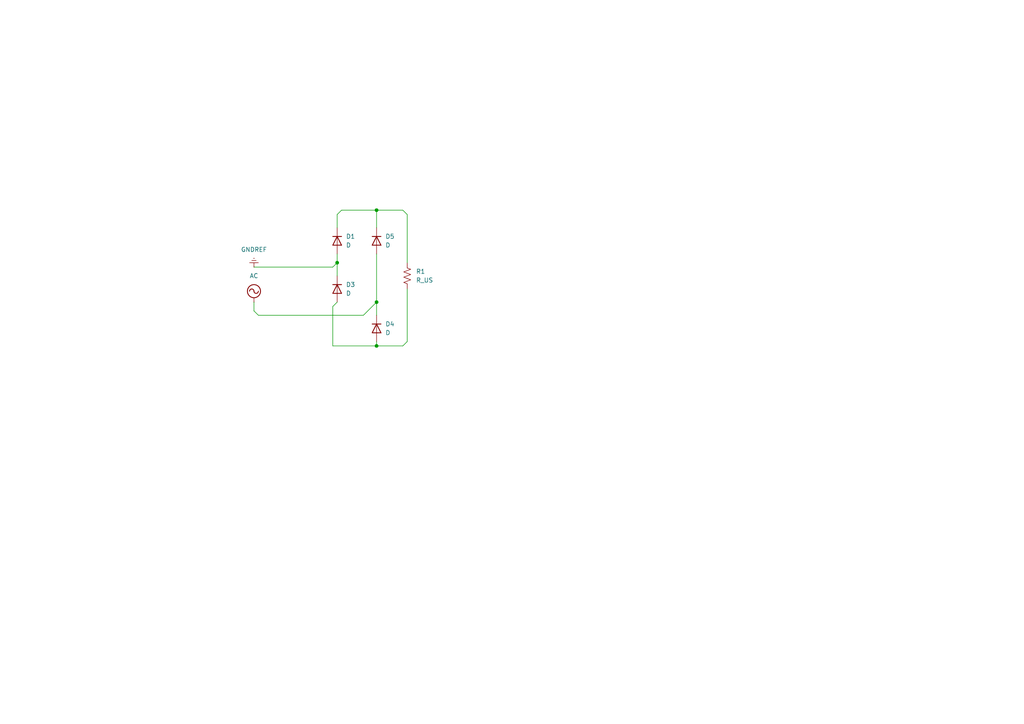
<source format=kicad_sch>
(kicad_sch (version 20250114) (generator "eeschema") (generator_version "9.0")
  (paper "A4")
  (lib_symbols
    (symbol "Device:D" (pin_numbers (hide yes)) (pin_names (offset 1.016) (hide yes))
      (property "Reference" "D" (at 0 2.54 0))
      (property "Value" "D" (at 0 -2.54 0))
      (symbol "D_0_1"
        (polyline (pts (xy -1.27 1.27) (xy -1.27 -1.27)) (stroke (width 0.254)))
        (polyline (pts (xy 1.27 1.27) (xy 1.27 -1.27) (xy -1.27 0) (xy 1.27 1.27)) (stroke (width 0.254)))
        (polyline (pts (xy 1.27 0) (xy -1.27 0)))
      )
      (symbol "D_1_1"
        (pin passive line (at -3.81 0 0) (length 2.54) (name "K") (number "1"))
        (pin passive line (at 3.81 0 180) (length 2.54) (name "A") (number "2"))
      )
    )
    (symbol "Device:R_US" (pin_numbers (hide yes)) (pin_names (offset 0))
      (property "Reference" "R" (at 2.54 0 90))
      (property "Value" "R_US" (at -2.54 0 90))
      (symbol "R_US_0_1"
        (polyline (pts (xy 0 2.286) (xy 0 2.54)))
        (polyline (pts (xy 0 2.286) (xy 1.016 1.905) (xy 0 1.524) (xy -1.016 1.143) (xy 0 0.762)))
        (polyline (pts (xy 0 0.762) (xy 1.016 0.381) (xy 0 0) (xy -1.016 -0.381) (xy 0 -0.762)))
        (polyline (pts (xy 0 -0.762) (xy 1.016 -1.143) (xy 0 -1.524) (xy -1.016 -1.905) (xy 0 -2.286)))
        (polyline (pts (xy 0 -2.286) (xy 0 -2.54)))
      )
      (symbol "R_US_1_1"
        (pin passive line (at 0 3.81 270) (length 1.27) (name "~") (number "1"))
        (pin passive line (at 0 -3.81 90) (length 1.27) (name "~") (number "2"))
      )
    )
    (symbol "power:AC" (power) (pin_numbers (hide yes)) (pin_names (offset 0) (hide yes))
      (property "Value" "AC" (at 0 6.35 0))
      (symbol "AC_0_1"
        (arc (start -1.27 3.175) (mid -0.635 3.8073) (end 0 3.175) (stroke (width 0.254)))
        (circle (center 0 3.175) (radius 1.905) (stroke (width 0.254)))
        (polyline (pts (xy 0 0) (xy 0 1.27)))
        (arc (start 1.27 3.175) (mid 0.635 2.5427) (end 0 3.175) (stroke (width 0.254)))
      )
      (symbol "AC_1_1"
        (pin power_in line (at 0 0 90) (length 0) (name "~") (number "1"))
      )
    )
    (symbol "power:GNDREF" (power) (pin_numbers (hide yes)) (pin_names (offset 0) (hide yes))
      (property "Value" "GNDREF" (at 0 -3.81 0))
      (symbol "GNDREF_0_1"
        (polyline (pts (xy -0.635 -1.905) (xy 0.635 -1.905)))
        (polyline (pts (xy -0.127 -2.54) (xy 0.127 -2.54)))
        (polyline (pts (xy 0 -1.27) (xy 0 0)))
        (polyline (pts (xy 1.27 -1.27) (xy -1.27 -1.27)))
      )
      (symbol "GNDREF_1_1"
        (pin power_in line (at 0 0 270) (length 0) (name "~") (number "1"))
      )
    )
  )
  (junction (at 109.22 87.63))
  (junction (at 109.22 60.96))
  (junction (at 97.79 76.2))
  (junction (at 109.22 100.33))
  (wire (pts (xy 73.66 90.17) (xy 74.93 91.44)))
  (wire (pts (xy 97.79 76.2) (xy 97.79 80.01)))
  (wire (pts (xy 73.66 87.63) (xy 73.66 90.17)))
  (wire (pts (xy 109.22 87.63) (xy 109.22 91.44)))
  (wire (pts (xy 109.22 100.33) (xy 116.84 100.33)))
  (wire (pts (xy 96.52 100.33) (xy 96.52 88.9)))
  (wire (pts (xy 97.79 73.66) (xy 97.79 76.2)))
  (wire (pts (xy 109.22 73.66) (xy 109.22 87.63)))
  (wire (pts (xy 73.66 77.47) (xy 96.52 77.47)))
  (wire (pts (xy 116.84 60.96) (xy 118.11 62.23)))
  (wire (pts (xy 96.52 77.47) (xy 97.79 76.2)))
  (wire (pts (xy 96.52 88.9) (xy 97.79 87.63)))
  (wire (pts (xy 118.11 62.23) (xy 118.11 76.2)))
  (wire (pts (xy 118.11 99.06) (xy 116.84 100.33)))
  (wire (pts (xy 97.79 66.04) (xy 97.79 62.23)))
  (wire (pts (xy 109.22 99.06) (xy 109.22 100.33)))
  (wire (pts (xy 109.22 60.96) (xy 116.84 60.96)))
  (wire (pts (xy 96.52 100.33) (xy 109.22 100.33)))
  (wire (pts (xy 109.22 60.96) (xy 109.22 66.04)))
  (wire (pts (xy 99.06 60.96) (xy 109.22 60.96)))
  (wire (pts (xy 105.41 91.44) (xy 109.22 87.63)))
  (wire (pts (xy 118.11 83.82) (xy 118.11 99.06)))
  (wire (pts (xy 97.79 62.23) (xy 99.06 60.96)))
  (wire (pts (xy 74.93 91.44) (xy 105.41 91.44)))
  (symbol (lib_id "Device:D") (at 97.79 83.82 270) (unit 1)
    (property "Reference" "D3" (at 100.33 82.5499 90) (effects (justify left)))
    (property "Value" "D" (at 100.33 85.0899 90) (effects (justify left)))
    (property "Footprint" "Diode_THT:D_A-405_P10.16mm_Horizontal" (effects (hide yes)))
    (property "Description" "Diode" (effects (hide yes)))
    (property "Sim.Device" "D" (effects (hide yes)))
    (property "Sim.Pins" "1=K 2=A" (effects (hide yes)))
  )
  (symbol (lib_id "power:AC") (at 73.66 87.63 0) (unit 1)
    (property "Reference" "#PWR01" (effects (hide yes)))
    (property "Value" "AC" (at 73.66 80.01 0))
    (property "Description" "Power symbol creates a global label with name \"AC\"" (effects (hide yes)))
  )
  (symbol (lib_id "power:GNDREF") (at 73.66 77.47 180) (unit 1)
    (property "Reference" "#PWR02" (effects (hide yes)))
    (property "Value" "GNDREF" (at 73.66 72.39 0))
    (property "Description" "Power symbol creates a global label with name \"GNDREF\" , reference supply ground" (effects (hide yes)))
  )
  (symbol (lib_id "Device:R_US") (at 118.11 80.01 0) (unit 1)
    (property "Reference" "R1" (at 120.65 78.7399 0) (effects (justify left)))
    (property "Value" "R_US" (at 120.65 81.2799 0) (effects (justify left)))
    (property "Footprint" "Resistor_THT:R_Axial_DIN0207_L6.3mm_D2.5mm_P2.54mm_Vertical" (effects (hide yes)))
    (property "Description" "Resistor, US symbol" (effects (hide yes)))
  )
  (symbol (lib_id "Device:D") (at 109.22 95.25 270) (unit 1)
    (property "Reference" "D4" (at 111.76 93.9799 90) (effects (justify left)))
    (property "Value" "D" (at 111.76 96.5199 90) (effects (justify left)))
    (property "Footprint" "Diode_THT:D_A-405_P10.16mm_Horizontal" (effects (hide yes)))
    (property "Description" "Diode" (effects (hide yes)))
    (property "Sim.Device" "D" (effects (hide yes)))
    (property "Sim.Pins" "1=K 2=A" (effects (hide yes)))
  )
  (symbol (lib_id "Device:D") (at 109.22 69.85 270) (unit 1)
    (property "Reference" "D5" (at 111.76 68.5799 90) (effects (justify left)))
    (property "Value" "D" (at 111.76 71.1199 90) (effects (justify left)))
    (property "Footprint" "Diode_THT:D_A-405_P10.16mm_Horizontal" (effects (hide yes)))
    (property "Description" "Diode" (effects (hide yes)))
    (property "Sim.Device" "D" (effects (hide yes)))
    (property "Sim.Pins" "1=K 2=A" (effects (hide yes)))
  )
  (symbol (lib_id "Device:D") (at 97.79 69.85 270) (unit 1)
    (property "Reference" "D1" (at 100.33 68.5799 90) (effects (justify left)))
    (property "Value" "D" (at 100.33 71.1199 90) (effects (justify left)))
    (property "Footprint" "Diode_THT:D_A-405_P10.16mm_Horizontal" (effects (hide yes)))
    (property "Description" "Diode" (effects (hide yes)))
    (property "Sim.Device" "D" (effects (hide yes)))
    (property "Sim.Pins" "1=K 2=A" (effects (hide yes)))
  )
)
</source>
